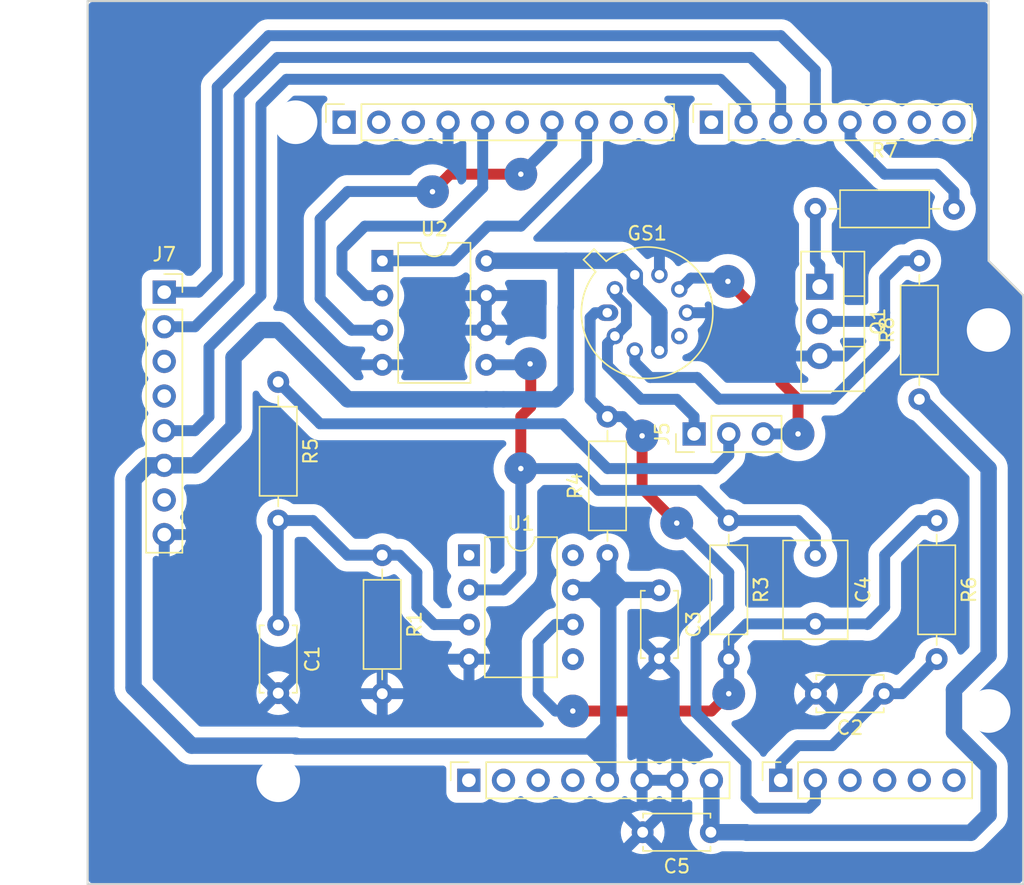
<source format=kicad_pcb>
(kicad_pcb (version 20221018) (generator pcbnew)
  (title_block (date "mar. 31 mars 2015"))
  (layers (0 "F.Cu" signal) (31 "B.Cu" signal) (34 "B.Paste" user) (35 "F.Paste" user) (36 "B.SilkS" user "B.Silkscreen") (37 "F.SilkS" user "F.Silkscreen") (38 "B.Mask" user) (39 "F.Mask" user) (44 "Edge.Cuts" user))
  (net 0 "")
  (net 1 "GND")
  (net 3 "+5V")
  (net 4 "/IOREF")
  (net 5 "Net-(U1-+)")
  (net 6 "VADC_GAS")
  (net 7 "/A2")
  (net 8 "/A3")
  (net 9 "/SDA{slash}A4")
  (net 10 "/SCL{slash}A5")
  (net 11 "R2")
  (net 12 "/12")
  (net 13 "/AREF")
  (net 14 "/8")
  (net 15 "/7")
  (net 16 "Net-(C4-Pad2)")
  (net 17 "VADC_TEMP")
  (net 18 "/*9")
  (net 19 "IGAS1")
  (net 20 "/2")
  (net 21 "VHEAT")
  (net 23 "/TX{slash}1")
  (net 24 "IGAS2")
  (net 25 "/RX{slash}0")
  (net 27 "VCC")
  (net 28 "/~{RESET}")
  (net 29 "SCK")
  (net 30 "SMOSI")
  (net 31 "CS")
  (net 32 "RST")
  (net 33 "RX")
  (net 34 "TX")
  (net 35 "PWM")
  (net 36 "Net-(J5-Pin_2)")
  (net 40 "Net-(Q1-G)")
  (footprint "Connector_PinSocket_2.54mm:PinSocket_1x08_P2.54mm_Vertical" (layer "F.Cu") (at 127.94 97.46 90)
    (fp_text reference "J1" hide)
    (fp_text value "Power")
    (fp_line (start -1.33 1.27) (end -1.33 19.11) (stroke (width 0.12)) (layer "F.SilkS"))
    (fp_line (start -1.33 1.27) (end 1.33 1.27) (stroke (width 0.12)) (layer "F.SilkS"))
    (fp_line (start -1.33 19.11) (end 1.33 19.11) (stroke (width 0.12)) (layer "F.SilkS"))
    (fp_line (start 0 -1.33) (end 1.33 -1.33) (stroke (width 0.12)) (layer "F.SilkS"))
    (fp_line (start 1.33 -1.33) (end 1.33 0) (stroke (width 0.12)) (layer "F.SilkS"))
    (fp_line (start 1.33 1.27) (end 1.33 19.11) (stroke (width 0.12)) (layer "F.SilkS"))
    (pad "1" thru_hole rect locked (at 0 0 90) (size 1.7 1.7) (drill 1) (layers "*.Cu" "*.Mask"))
    (pad "2" thru_hole oval locked (at 0 2.54 90) (size 1.7 1.7) (drill 1) (layers "*.Cu" "*.Mask") (net 4 "/IOREF"))
    (pad "3" thru_hole oval locked (at 0 5.08 90) (size 1.7 1.7) (drill 1) (layers "*.Cu" "*.Mask") (net 28 "/~{RESET}"))
    (pad "4" thru_hole oval locked (at 0 7.62 90) (size 1.7 1.7) (drill 1) (layers "*.Cu" "*.Mask"))
    (pad "5" thru_hole oval locked (at 0 10.16 90) (size 1.7 1.7) (drill 1) (layers "*.Cu" "*.Mask") (net 3 "+5V"))
    (pad "6" thru_hole oval locked (at 0 12.7 90) (size 1.7 1.7) (drill 1) (layers "*.Cu" "*.Mask") (net 1 "GND"))
    (pad "7" thru_hole oval locked (at 0 15.24 90) (size 1.7 1.7) (drill 1) (layers "*.Cu" "*.Mask") (net 1 "GND"))
    (pad "8" thru_hole oval locked (at 0 17.78 90) (size 1.7 1.7) (drill 1) (layers "*.Cu" "*.Mask") (net 27 "VCC"))
  )
  (footprint "Connector_PinSocket_2.54mm:PinSocket_1x06_P2.54mm_Vertical" (layer "F.Cu") (at 150.8 97.46 90)
    (fp_text reference "J3" hide)
    (fp_text value "Analog")
    (fp_line (start -1.33 1.27) (end -1.33 14.03) (stroke (width 0.12)) (layer "F.SilkS"))
    (fp_line (start -1.33 1.27) (end 1.33 1.27) (stroke (width 0.12)) (layer "F.SilkS"))
    (fp_line (start -1.33 14.03) (end 1.33 14.03) (stroke (width 0.12)) (layer "F.SilkS"))
    (fp_line (start 0 -1.33) (end 1.33 -1.33) (stroke (width 0.12)) (layer "F.SilkS"))
    (fp_line (start 1.33 -1.33) (end 1.33 0) (stroke (width 0.12)) (layer "F.SilkS"))
    (fp_line (start 1.33 1.27) (end 1.33 14.03) (stroke (width 0.12)) (layer "F.SilkS"))
    (pad "1" thru_hole rect locked (at 0 0 90) (size 1.7 1.7) (drill 1) (layers "*.Cu" "*.Mask") (net 6 "VADC_GAS"))
    (pad "2" thru_hole oval locked (at 0 2.54 90) (size 1.7 1.7) (drill 1) (layers "*.Cu" "*.Mask") (net 17 "VADC_TEMP"))
    (pad "3" thru_hole oval locked (at 0 5.08 90) (size 1.7 1.7) (drill 1) (layers "*.Cu" "*.Mask") (net 7 "/A2"))
    (pad "4" thru_hole oval locked (at 0 7.62 90) (size 1.7 1.7) (drill 1) (layers "*.Cu" "*.Mask") (net 8 "/A3"))
    (pad "5" thru_hole oval locked (at 0 10.16 90) (size 1.7 1.7) (drill 1) (layers "*.Cu" "*.Mask") (net 9 "/SDA{slash}A4"))
    (pad "6" thru_hole oval locked (at 0 12.7 90) (size 1.7 1.7) (drill 1) (layers "*.Cu" "*.Mask") (net 10 "/SCL{slash}A5"))
  )
  (footprint "Connector_PinSocket_2.54mm:PinSocket_1x10_P2.54mm_Vertical" (layer "F.Cu") (at 118.796 49.2 90)
    (fp_text reference "J2" hide)
    (fp_text value "Digital/PWM")
    (fp_line (start -1.33 1.27) (end -1.33 24.19) (stroke (width 0.12)) (layer "F.SilkS"))
    (fp_line (start -1.33 1.27) (end 1.33 1.27) (stroke (width 0.12)) (layer "F.SilkS"))
    (fp_line (start -1.33 24.19) (end 1.33 24.19) (stroke (width 0.12)) (layer "F.SilkS"))
    (fp_line (start 0 -1.33) (end 1.33 -1.33) (stroke (width 0.12)) (layer "F.SilkS"))
    (fp_line (start 1.33 -1.33) (end 1.33 0) (stroke (width 0.12)) (layer "F.SilkS"))
    (fp_line (start 1.33 1.27) (end 1.33 24.19) (stroke (width 0.12)) (layer "F.SilkS"))
    (pad "1" thru_hole rect locked (at 0 0 90) (size 1.7 1.7) (drill 1) (layers "*.Cu" "*.Mask") (net 10 "/SCL{slash}A5"))
    (pad "2" thru_hole oval locked (at 0 2.54 90) (size 1.7 1.7) (drill 1) (layers "*.Cu" "*.Mask") (net 9 "/SDA{slash}A4"))
    (pad "3" thru_hole oval locked (at 0 5.08 90) (size 1.7 1.7) (drill 1) (layers "*.Cu" "*.Mask") (net 13 "/AREF"))
    (pad "4" thru_hole oval locked (at 0 7.62 90) (size 1.7 1.7) (drill 1) (layers "*.Cu" "*.Mask") (net 1 "GND"))
    (pad "5" thru_hole oval locked (at 0 10.16 90) (size 1.7 1.7) (drill 1) (layers "*.Cu" "*.Mask") (net 29 "SCK"))
    (pad "6" thru_hole oval locked (at 0 12.7 90) (size 1.7 1.7) (drill 1) (layers "*.Cu" "*.Mask") (net 12 "/12"))
    (pad "7" thru_hole oval locked (at 0 15.24 90) (size 1.7 1.7) (drill 1) (layers "*.Cu" "*.Mask") (net 30 "SMOSI"))
    (pad "8" thru_hole oval locked (at 0 17.78 90) (size 1.7 1.7) (drill 1) (layers "*.Cu" "*.Mask") (net 31 "CS"))
    (pad "9" thru_hole oval locked (at 0 20.32 90) (size 1.7 1.7) (drill 1) (layers "*.Cu" "*.Mask") (net 18 "/*9"))
    (pad "10" thru_hole oval locked (at 0 22.86 90) (size 1.7 1.7) (drill 1) (layers "*.Cu" "*.Mask") (net 14 "/8"))
  )
  (footprint "Connector_PinSocket_2.54mm:PinSocket_1x08_P2.54mm_Vertical" (layer "F.Cu") (at 145.72 49.2 90)
    (fp_text reference "J4" hide)
    (fp_text value "Digital/PWM")
    (fp_line (start -1.33 1.27) (end -1.33 19.11) (stroke (width 0.12)) (layer "F.SilkS"))
    (fp_line (start -1.33 1.27) (end 1.33 1.27) (stroke (width 0.12)) (layer "F.SilkS"))
    (fp_line (start -1.33 19.11) (end 1.33 19.11) (stroke (width 0.12)) (layer "F.SilkS"))
    (fp_line (start 0 -1.33) (end 1.33 -1.33) (stroke (width 0.12)) (layer "F.SilkS"))
    (fp_line (start 1.33 -1.33) (end 1.33 0) (stroke (width 0.12)) (layer "F.SilkS"))
    (fp_line (start 1.33 1.27) (end 1.33 19.11) (stroke (width 0.12)) (layer "F.SilkS"))
    (pad "1" thru_hole rect locked (at 0 0 90) (size 1.7 1.7) (drill 1) (layers "*.Cu" "*.Mask") (net 15 "/7"))
    (pad "2" thru_hole oval locked (at 0 2.54 90) (size 1.7 1.7) (drill 1) (layers "*.Cu" "*.Mask") (net 32 "RST"))
    (pad "3" thru_hole oval locked (at 0 5.08 90) (size 1.7 1.7) (drill 1) (layers "*.Cu" "*.Mask") (net 33 "RX"))
    (pad "4" thru_hole oval locked (at 0 7.62 90) (size 1.7 1.7) (drill 1) (layers "*.Cu" "*.Mask") (net 34 "TX"))
    (pad "5" thru_hole oval locked (at 0 10.16 90) (size 1.7 1.7) (drill 1) (layers "*.Cu" "*.Mask") (net 35 "PWM"))
    (pad "6" thru_hole oval locked (at 0 12.7 90) (size 1.7 1.7) (drill 1) (layers "*.Cu" "*.Mask") (net 20 "/2"))
    (pad "7" thru_hole oval locked (at 0 15.24 90) (size 1.7 1.7) (drill 1) (layers "*.Cu" "*.Mask") (net 23 "/TX{slash}1"))
    (pad "8" thru_hole oval locked (at 0 17.78 90) (size 1.7 1.7) (drill 1) (layers "*.Cu" "*.Mask") (net 25 "/RX{slash}0"))
  )
  (footprint "Resistor_THT:R_Axial_DIN0207_L6.3mm_D2.5mm_P10.16mm_Horizontal" (layer "F.Cu") (at 160.96 69.52 90)
    (fp_text reference "R8" (at 5.08 -2.37 90) (layer "F.SilkS"))
    (fp_text value "10k")
    (fp_line (start 1.04 0) (end 1.81 0) (stroke (width 0.12)) (layer "F.SilkS"))
    (fp_line (start 1.81 -1.37) (end 1.81 1.37) (stroke (width 0.12)) (layer "F.SilkS"))
    (fp_line (start 1.81 1.37) (end 8.35 1.37) (stroke (width 0.12)) (layer "F.SilkS"))
    (fp_line (start 8.35 -1.37) (end 1.81 -1.37) (stroke (width 0.12)) (layer "F.SilkS"))
    (fp_line (start 8.35 1.37) (end 8.35 -1.37) (stroke (width 0.12)) (layer "F.SilkS"))
    (fp_line (start 9.12 0) (end 8.35 0) (stroke (width 0.12)) (layer "F.SilkS"))
    (pad "1" thru_hole circle (at 0 0 90) (size 1.6 1.6) (drill 0.8) (layers "*.Cu" "*.Mask") (net 27 "VCC"))
    (pad "2" thru_hole oval (at 10.16 0 90) (size 1.6 1.6) (drill 0.8) (layers "*.Cu" "*.Mask") (net 21 "VHEAT"))
  )
  (footprint "Capacitor_THT:C_Disc_D4.7mm_W2.5mm_P5.00mm" (layer "F.Cu") (at 145.68 101.27 180)
    (fp_text reference "C5" (at 2.5 -2.5) (layer "F.SilkS"))
    (fp_text value "100n")
    (fp_line (start 0.03 -1.37) (end 0.03 -1.055) (stroke (width 0.12)) (layer "F.SilkS"))
    (fp_line (start 0.03 -1.37) (end 4.97 -1.37) (stroke (width 0.12)) (layer "F.SilkS"))
    (fp_line (start 0.03 1.055) (end 0.03 1.37) (stroke (width 0.12)) (layer "F.SilkS"))
    (fp_line (start 0.03 1.37) (end 4.97 1.37) (stroke (width 0.12)) (layer "F.SilkS"))
    (fp_line (start 4.97 -1.37) (end 4.97 -1.055) (stroke (width 0.12)) (layer "F.SilkS"))
    (fp_line (start 4.97 1.055) (end 4.97 1.37) (stroke (width 0.12)) (layer "F.SilkS"))
    (pad "1" thru_hole circle (at 0 0 180) (size 1.6 1.6) (drill 0.8) (layers "*.Cu" "*.Mask") (net 27 "VCC"))
    (pad "2" thru_hole circle (at 5 0 180) (size 1.6 1.6) (drill 0.8) (layers "*.Cu" "*.Mask") (net 1 "GND"))
  )
  (footprint "Capacitor_THT:C_Disc_D4.7mm_W2.5mm_P5.00mm" (layer "F.Cu") (at 158.38 91.11 180)
    (fp_text reference "C2" (at 2.5 -2.5) (layer "F.SilkS"))
    (fp_text value "100n")
    (fp_line (start 0.03 -1.37) (end 0.03 -1.055) (stroke (width 0.12)) (layer "F.SilkS"))
    (fp_line (start 0.03 -1.37) (end 4.97 -1.37) (stroke (width 0.12)) (layer "F.SilkS"))
    (fp_line (start 0.03 1.055) (end 0.03 1.37) (stroke (width 0.12)) (layer "F.SilkS"))
    (fp_line (start 0.03 1.37) (end 4.97 1.37) (stroke (width 0.12)) (layer "F.SilkS"))
    (fp_line (start 4.97 -1.37) (end 4.97 -1.055) (stroke (width 0.12)) (layer "F.SilkS"))
    (fp_line (start 4.97 1.055) (end 4.97 1.37) (stroke (width 0.12)) (layer "F.SilkS"))
    (pad "1" thru_hole circle (at 0 0 180) (size 1.6 1.6) (drill 0.8) (layers "*.Cu" "*.Mask") (net 6 "VADC_GAS"))
    (pad "2" thru_hole circle (at 5 0 180) (size 1.6 1.6) (drill 0.8) (layers "*.Cu" "*.Mask") (net 1 "GND"))
  )
  (footprint "Package_DIP:DIP-8_W7.62mm" (layer "F.Cu") (at 127.95 80.96)
    (fp_text reference "U1" (at 3.81 -2.33) (layer "F.SilkS"))
    (fp_text value "LTC1050")
    (fp_line (start 1.16 -1.33) (end 1.16 8.95) (stroke (width 0.12)) (layer "F.SilkS"))
    (fp_line (start 1.16 8.95) (end 6.46 8.95) (stroke (width 0.12)) (layer "F.SilkS"))
    (fp_line (start 2.81 -1.33) (end 1.16 -1.33) (stroke (width 0.12)) (layer "F.SilkS"))
    (fp_line (start 6.46 -1.33) (end 4.81 -1.33) (stroke (width 0.12)) (layer "F.SilkS"))
    (fp_line (start 6.46 8.95) (end 6.46 -1.33) (stroke (width 0.12)) (layer "F.SilkS"))
    (fp_arc (start 4.81 -1.33) (mid 3.81 -0.33) (end 2.81 -1.33) (stroke (width 0.12)) (layer "F.SilkS"))
    (pad "1" thru_hole rect (at 0 0) (size 1.6 1.6) (drill 0.8) (layers "*.Cu" "*.Mask"))
    (pad "2" thru_hole oval (at 0 2.54) (size 1.6 1.6) (drill 0.8) (layers "*.Cu" "*.Mask") (net 11 "R2"))
    (pad "3" thru_hole oval (at 0 5.08) (size 1.6 1.6) (drill 0.8) (layers "*.Cu" "*.Mask") (net 5 "Net-(U1-+)"))
    (pad "4" thru_hole oval (at 0 7.62) (size 1.6 1.6) (drill 0.8) (layers "*.Cu" "*.Mask") (net 1 "GND"))
    (pad "5" thru_hole oval (at 7.62 7.62) (size 1.6 1.6) (drill 0.8) (layers "*.Cu" "*.Mask"))
    (pad "6" thru_hole oval (at 7.62 5.08) (size 1.6 1.6) (drill 0.8) (layers "*.Cu" "*.Mask") (net 16 "Net-(C4-Pad2)"))
    (pad "7" thru_hole oval (at 7.62 2.54) (size 1.6 1.6) (drill 0.8) (layers "*.Cu" "*.Mask") (net 3 "+5V"))
    (pad "8" thru_hole oval (at 7.62 0) (size 1.6 1.6) (drill 0.8) (layers "*.Cu" "*.Mask"))
  )
  (footprint "Connector_PinSocket_2.54mm:PinSocket_1x08_P2.54mm_Vertical" (layer "F.Cu") (at 105.613 61.661)
    (fp_text reference "J7" (at 0 -2.77) (layer "F.SilkS"))
    (fp_text value "Conn_01x08")
    (fp_line (start -1.33 1.27) (end -1.33 19.11) (stroke (width 0.12)) (layer "F.SilkS"))
    (fp_line (start -1.33 1.27) (end 1.33 1.27) (stroke (width 0.12)) (layer "F.SilkS"))
    (fp_line (start -1.33 19.11) (end 1.33 19.11) (stroke (width 0.12)) (layer "F.SilkS"))
    (fp_line (start 0 -1.33) (end 1.33 -1.33) (stroke (width 0.12)) (layer "F.SilkS"))
    (fp_line (start 1.33 -1.33) (end 1.33 0) (stroke (width 0.12)) (layer "F.SilkS"))
    (fp_line (start 1.33 1.27) (end 1.33 19.11) (stroke (width 0.12)) (layer "F.SilkS"))
    (pad "1" thru_hole rect (at 0 0) (size 1.7 1.7) (drill 1) (layers "*.Cu" "*.Mask") (net 34 "TX"))
    (pad "2" thru_hole oval (at 0 2.54) (size 1.7 1.7) (drill 1) (layers "*.Cu" "*.Mask") (net 33 "RX"))
    (pad "3" thru_hole oval (at 0 5.08) (size 1.7 1.7) (drill 1) (layers "*.Cu" "*.Mask"))
    (pad "4" thru_hole oval (at 0 7.62) (size 1.7 1.7) (drill 1) (layers "*.Cu" "*.Mask"))
    (pad "5" thru_hole oval (at 0 10.16) (size 1.7 1.7) (drill 1) (layers "*.Cu" "*.Mask") (net 32 "RST"))
    (pad "6" thru_hole oval (at 0 12.7) (size 1.7 1.7) (drill 1) (layers "*.Cu" "*.Mask") (net 3 "+5V"))
    (pad "7" thru_hole oval (at 0 15.24) (size 1.7 1.7) (drill 1) (layers "*.Cu" "*.Mask"))
    (pad "8" thru_hole oval (at 0 17.78) (size 1.7 1.7) (drill 1) (layers "*.Cu" "*.Mask") (net 1 "GND"))
  )
  (footprint "Resistor_THT:R_Axial_DIN0207_L6.3mm_D2.5mm_P10.16mm_Horizontal" (layer "F.Cu") (at 121.59 80.95 -90)
    (fp_text reference "R1" (at 5.08 -2.37 90) (layer "F.SilkS"))
    (fp_text value "100k")
    (fp_line (start 1.04 0) (end 1.81 0) (stroke (width 0.12)) (layer "F.SilkS"))
    (fp_line (start 1.81 -1.37) (end 1.81 1.37) (stroke (width 0.12)) (layer "F.SilkS"))
    (fp_line (start 1.81 1.37) (end 8.35 1.37) (stroke (width 0.12)) (layer "F.SilkS"))
    (fp_line (start 8.35 -1.37) (end 1.81 -1.37) (stroke (width 0.12)) (layer "F.SilkS"))
    (fp_line (start 8.35 1.37) (end 8.35 -1.37) (stroke (width 0.12)) (layer "F.SilkS"))
    (fp_line (start 9.12 0) (end 8.35 0) (stroke (width 0.12)) (layer "F.SilkS"))
    (pad "1" thru_hole circle (at 0 0 270) (size 1.6 1.6) (drill 0.8) (layers "*.Cu" "*.Mask") (net 5 "Net-(U1-+)"))
    (pad "2" thru_hole oval (at 10.16 0 270) (size 1.6 1.6) (drill 0.8) (layers "*.Cu" "*.Mask") (net 1 "GND"))
  )
  (footprint "Resistor_THT:R_Axial_DIN0207_L6.3mm_D2.5mm_P10.16mm_Horizontal" (layer "F.Cu") (at 153.34 55.55)
    (fp_text reference "R7" (at 5.08 -4.275) (layer "F.SilkS"))
    (fp_text value "1k")
    (fp_line (start 1.04 0) (end 1.81 0) (stroke (width 0.12)) (layer "F.SilkS"))
    (fp_line (start 1.81 -1.37) (end 1.81 1.37) (stroke (width 0.12)) (layer "F.SilkS"))
    (fp_line (start 1.81 1.37) (end 8.35 1.37) (stroke (width 0.12)) (layer "F.SilkS"))
    (fp_line (start 8.35 -1.37) (end 1.81 -1.37) (stroke (width 0.12)) (layer "F.SilkS"))
    (fp_line (start 8.35 1.37) (end 8.35 -1.37) (stroke (width 0.12)) (layer "F.SilkS"))
    (fp_line (start 9.12 0) (end 8.35 0) (stroke (width 0.12)) (layer "F.SilkS"))
    (pad "1" thru_hole circle (at 0 0) (size 1.6 1.6) (drill 0.8) (layers "*.Cu" "*.Mask") (net 40 "Net-(Q1-G)"))
    (pad "2" thru_hole oval (at 10.16 0) (size 1.6 1.6) (drill 0.8) (layers "*.Cu" "*.Mask") (net 35 "PWM"))
  )
  (footprint "Capacitor_THT:C_Disc_D4.7mm_W2.5mm_P5.00mm" (layer "F.Cu") (at 113.97 86.07 -90)
    (fp_text reference "C1" (at 2.5 -2.5 90) (layer "F.SilkS"))
    (fp_text value "100n")
    (fp_line (start 0.03 -1.37) (end 0.03 -1.055) (stroke (width 0.12)) (layer "F.SilkS"))
    (fp_line (start 0.03 -1.37) (end 4.97 -1.37) (stroke (width 0.12)) (layer "F.SilkS"))
    (fp_line (start 0.03 1.055) (end 0.03 1.37) (stroke (width 0.12)) (layer "F.SilkS"))
    (fp_line (start 0.03 1.37) (end 4.97 1.37) (stroke (width 0.12)) (layer "F.SilkS"))
    (fp_line (start 4.97 -1.37) (end 4.97 -1.055) (stroke (width 0.12)) (layer "F.SilkS"))
    (fp_line (start 4.97 1.055) (end 4.97 1.37) (stroke (width 0.12)) (layer "F.SilkS"))
    (pad "1" thru_hole circle (at 0 0 270) (size 1.6 1.6) (drill 0.8) (layers "*.Cu" "*.Mask") (net 5 "Net-(U1-+)"))
    (pad "2" thru_hole circle (at 5 0 270) (size 1.6 1.6) (drill 0.8) (layers "*.Cu" "*.Mask") (net 1 "GND"))
  )
  (footprint "Package_TO_SOT_THT:TO-220-3_Vertical" (layer "F.Cu") (at 153.665 61.265 -90)
    (fp_text reference "Q1" (at 2.54 -4.27 90) (layer "F.SilkS"))
    (fp_text value "IRF540N")
    (fp_line (start -2.58 -3.27) (end -2.58 1.371) (stroke (width 0.12)) (layer "F.SilkS"))
    (fp_line (start -2.58 -3.27) (end 7.66 -3.27) (stroke (width 0.12)) (layer "F.SilkS"))
    (fp_line (start -2.58 -1.76) (end 7.66 -1.76) (stroke (width 0.12)) (layer "F.SilkS"))
    (fp_line (start -2.58 1.371) (end 7.66 1.371) (stroke (width 0.12)) (layer "F.SilkS"))
    (fp_line (start 0.69 -3.27) (end 0.69 -1.76) (stroke (width 0.12)) (layer "F.SilkS"))
    (fp_line (start 4.391 -3.27) (end 4.391 -1.76) (stroke (width 0.12)) (layer "F.SilkS"))
    (fp_line (start 7.66 -3.27) (end 7.66 1.371) (stroke (width 0.12)) (layer "F.SilkS"))
    (pad "1" thru_hole rect (at 0 0 270) (size 1.905 2) (drill 1.1) (layers "*.Cu" "*.Mask") (net 40 "Net-(Q1-G)"))
    (pad "2" thru_hole oval (at 2.54 0 270) (size 1.905 2) (drill 1.1) (layers "*.Cu" "*.Mask") (net 21 "VHEAT"))
    (pad "3" thru_hole oval (at 5.08 0 270) (size 1.905 2) (drill 1.1) (layers "*.Cu" "*.Mask") (net 1 "GND"))
  )
  (footprint "Connector_PinHeader_2.54mm:PinHeader_1x03_P2.54mm_Vertical" (layer "F.Cu") (at 144.45 72.06 90)
    (fp_text reference "J5" (at 0 -2.33 90) (layer "F.SilkS"))
    (fp_text value "Jumper")
    (fp_line (start -1.33 -1.33) (end 0 -1.33) (stroke (width 0.12)) (layer "F.SilkS"))
    (fp_line (start -1.33 0) (end -1.33 -1.33) (stroke (width 0.12)) (layer "F.SilkS"))
    (fp_line (start -1.33 1.27) (end -1.33 6.41) (stroke (width 0.12)) (layer "F.SilkS"))
    (fp_line (start -1.33 1.27) (end 1.33 1.27) (stroke (width 0.12)) (layer "F.SilkS"))
    (fp_line (start -1.33 6.41) (end 1.33 6.41) (stroke (width 0.12)) (layer "F.SilkS"))
    (fp_line (start 1.33 1.27) (end 1.33 6.41) (stroke (width 0.12)) (layer "F.SilkS"))
    (pad "1" thru_hole rect (at 0 0 90) (size 1.7 1.7) (drill 1) (layers "*.Cu" "*.Mask") (net 19 "IGAS1"))
    (pad "2" thru_hole oval (at 0 2.54 90) (size 1.7 1.7) (drill 1) (layers "*.Cu" "*.Mask") (net 36 "Net-(J5-Pin_2)"))
    (pad "3" thru_hole oval (at 0 5.08 90) (size 1.7 1.7) (drill 1) (layers "*.Cu" "*.Mask") (net 24 "IGAS2"))
  )
  (footprint "Package_TO_SOT_THT:TO-5-10" (layer "F.Cu") (at 138.08767 63.17)
    (fp_text reference "GS1" (at 2.92 -5.82) (layer "F.SilkS"))
    (fp_text value "~")
    (fp_line (start -1.745856 -3.888039) (end -0.854902 -2.997084) (stroke (width 0.12)) (layer "F.SilkS"))
    (fp_line (start -0.968039 -4.665856) (end -1.745856 -3.888039) (stroke (width 0.12)) (layer "F.SilkS"))
    (fp_line (start -0.077084 -3.774902) (end -0.968039 -4.665856) (stroke (width 0.12)) (layer "F.SilkS"))
    (fp_arc (start -0.077084 -3.774902) (mid 6.328125 3.408384) (end -0.854674 -2.997371) (stroke (width 0.12)) (layer "F.SilkS"))
    (pad "1" thru_hole oval (at 0 0) (size 1.6 1.2) (drill 0.7) (layers "*.Cu" "*.Mask") (net 17 "VADC_TEMP"))
    (pad "2" thru_hole oval (at 0.55767 1.716333) (size 1.2 1.2) (drill 0.7) (layers "*.Cu" "*.Mask") (net 19 "IGAS1"))
    (pad "3" thru_hole oval (at 2.01767 2.777085) (size 1.2 1.2) (drill 0.7) (layers "*.Cu" "*.Mask") (net 21 "VHEAT"))
    (pad "4" thru_hole oval (at 3.82233 2.777085) (size 1.2 1.2) (drill 0.7) (layers "*.Cu" "*.Mask") (net 3 "+5V"))
    (pad "5" thru_hole oval (at 5.28233 1.716333) (size 1.2 1.2) (drill 0.7) (layers "*.Cu" "*.Mask"))
    (pad "6" thru_hole oval (at 5.84 0) (size 1.2 1.2) (drill 0.7) (layers "*.Cu" "*.Mask") (net 1 "GND"))
    (pad "7" thru_hole oval (at 5.28233 -1.716333) (size 1.2 1.2) (drill 0.7) (layers "*.Cu" "*.Mask") (net 24 "IGAS2"))
    (pad "8" thru_hole oval (at 3.82233 -2.777085) (size 1.2 1.2) (drill 0.7) (layers "*.Cu" "*.Mask") (net 1 "GND"))
    (pad "9" thru_hole oval (at 2.01767 -2.777085) (size 1.2 1.2) (drill 0.7) (layers "*.Cu" "*.Mask") (net 3 "+5V"))
    (pad "10" thru_hole oval (at 0.55767 -1.716333) (size 1.2 1.2) (drill 0.7) (layers "*.Cu" "*.Mask") (net 19 "IGAS1"))
  )
  (footprint "Arduino_MountingHole:MountingHole_3.2mm" (layer "F.Cu") (at 115.24 49.2)
    (fp_text reference "MH1" hide)
    (fp_text value "MountingHole_3.2mm" hide)
    (pad "" np_thru_hole circle locked (at 0 0) (size 3.2 3.2) (drill 3.2) (layers "*.Cu" "*.Mask"))
  )
  (footprint "Resistor_THT:R_Axial_DIN0207_L6.3mm_D2.5mm_P10.16mm_Horizontal" (layer "F.Cu") (at 146.99 78.41 -90)
    (fp_text reference "R3" (at 5.08 -2.37 90) (layer "F.SilkS"))
    (fp_text value "100k")
    (fp_line (start 1.04 0) (end 1.81 0) (stroke (width 0.12)) (layer "F.SilkS"))
    (fp_line (start 1.81 -1.37) (end 1.81 1.37) (stroke (width 0.12)) (layer "F.SilkS"))
    (fp_line (start 1.81 1.37) (end 8.35 1.37) (stroke (width 0.12)) (layer "F.SilkS"))
    (fp_line (start 8.35 -1.37) (end 1.81 -1.37) (stroke (width 0.12)) (layer "F.SilkS"))
    (fp_line (start 8.35 1.37) (end 8.35 -1.37) (stroke (width 0.12)) (layer "F.SilkS"))
    (fp_line (start 9.12 0) (end 8.35 0) (stroke (width 0.12)) (layer "F.SilkS"))
    (pad "1" thru_hole circle (at 0 0 270) (size 1.6 1.6) (drill 0.8) (layers "*.Cu" "*.Mask") (net 11 "R2"))
    (pad "2" thru_hole oval (at 10.16 0 270) (size 1.6 1.6) (drill 0.8) (layers "*.Cu" "*.Mask") (net 16 "Net-(C4-Pad2)"))
  )
  (footprint "Package_DIP:DIP-8_W7.62mm" (layer "F.Cu") (at 121.6 59.37)
    (fp_text reference "U2" (at 3.81 -2.33) (layer "F.SilkS"))
    (fp_text value "MCP41100")
    (fp_line (start 1.16 -1.33) (end 1.16 8.95) (stroke (width 0.12)) (layer "F.SilkS"))
    (fp_line (start 1.16 8.95) (end 6.46 8.95) (stroke (width 0.12)) (layer "F.SilkS"))
    (fp_line (start 2.81 -1.33) (end 1.16 -1.33) (stroke (width 0.12)) (layer "F.SilkS"))
    (fp_line (start 6.46 -1.33) (end 4.81 -1.33) (stroke (width 0.12)) (layer "F.SilkS"))
    (fp_line (start 6.46 8.95) (end 6.46 -1.33) (stroke (width 0.12)) (layer "F.SilkS"))
    (fp_arc (start 4.81 -1.33) (mid 3.81 -0.33) (end 2.81 -1.33) (stroke (width 0.12)) (layer "F.SilkS"))
    (pad "1" thru_hole rect (at 0 0) (size 1.6 1.6) (drill 0.8) (layers "*.Cu" "*.Mask") (net 31 "CS"))
    (pad "2" thru_hole oval (at 0 2.54) (size 1.6 1.6) (drill 0.8) (layers "*.Cu" "*.Mask") (net 29 "SCK"))
    (pad "3" thru_hole oval (at 0 5.08) (size 1.6 1.6) (drill 0.8) (layers "*.Cu" "*.Mask") (net 30 "SMOSI"))
    (pad "4" thru_hole oval (at 0 7.62) (size 1.6 1.6) (drill 0.8) (layers "*.Cu" "*.Mask") (net 1 "GND"))
    (pad "5" thru_hole oval (at 7.62 7.62) (size 1.6 1.6) (drill 0.8) (layers "*.Cu" "*.Mask") (net 11 "R2"))
    (pad "6" thru_hole oval (at 7.62 5.08) (size 1.6 1.6) (drill 0.8) (layers "*.Cu" "*.Mask") (net 1 "GND"))
    (pad "7" thru_hole oval (at 7.62 2.54) (size 1.6 1.6) (drill 0.8) (layers "*.Cu" "*.Mask") (net 1 "GND"))
    (pad "8" thru_hole oval (at 7.62 0) (size 1.6 1.6) (drill 0.8) (layers "*.Cu" "*.Mask") (net 3 "+5V"))
  )
  (footprint "Resistor_THT:R_Axial_DIN0207_L6.3mm_D2.5mm_P10.16mm_Horizontal" (layer "F.Cu") (at 162.23 78.41 -90)
    (fp_text reference "R6" (at 5.08 -2.37 90) (layer "F.SilkS"))
    (fp_text value "1k")
    (fp_line (start 1.04 0) (end 1.81 0) (stroke (width 0.12)) (layer "F.SilkS"))
    (fp_line (start 1.81 -1.37) (end 1.81 1.37) (stroke (width 0.12)) (layer "F.SilkS"))
    (fp_line (start 1.81 1.37) (end 8.35 1.37) (stroke (width 0.12)) (layer "F.SilkS"))
    (fp_line (start 8.35 -1.37) (end 1.81 -1.37) (stroke (width 0.12)) (layer "F.SilkS"))
    (fp_line (start 8.35 1.37) (end 8.35 -1.37) (stroke (width 0.12)) (layer "F.SilkS"))
    (fp_line (start 9.12 0) (end 8.35 0) (stroke (width 0.12)) (layer "F.SilkS"))
    (pad "1" thru_hole circle (at 0 0 270) (size 1.6 1.6) (drill 0.8) (layers "*.Cu" "*.Mask") (net 16 "Net-(C4-Pad2)"))
    (pad "2" thru_hole oval (at 10.16 0 270) (size 1.6 1.6) (drill 0.8) (layers "*.Cu" "*.Mask") (net 6 "VADC_GAS"))
  )
  (footprint "Arduino_MountingHole:MountingHole_3.2mm" (layer "F.Cu") (at 113.97 97.46)
    (fp_text reference "MH2" hide)
    (fp_text value "MountingHole_3.2mm" hide)
    (pad "" np_thru_hole circle locked (at 0 0) (size 3.2 3.2) (drill 3.2) (layers "*.Cu" "*.Mask"))
  )
  (footprint "Resistor_THT:R_Axial_DIN0207_L6.3mm_D2.5mm_P10.16mm_Horizontal" (layer "F.Cu") (at 113.97 68.25 -90)
    (fp_text reference "R5" (at 5.08 -2.37 90) (layer "F.SilkS"))
    (fp_text value "10k")
    (fp_line (start 1.04 0) (end 1.81 0) (stroke (width 0.12)) (layer "F.SilkS"))
    (fp_line (start 1.81 -1.37) (end 1.81 1.37) (stroke (width 0.12)) (layer "F.SilkS"))
    (fp_line (start 1.81 1.37) (end 8.35 1.37) (stroke (width 0.12)) (layer "F.SilkS"))
    (fp_line (start 8.35 -1.37) (end 1.81 -1.37) (stroke (width 0.12)) (layer "F.SilkS"))
    (fp_line (start 8.35 1.37) (end 8.35 -1.37) (stroke (width 0.12)) (layer "F.SilkS"))
    (fp_line (start 9.12 0) (end 8.35 0) (stroke (width 0.12)) (layer "F.SilkS"))
    (pad "1" thru_hole circle (at 0 0 270) (size 1.6 1.6) (drill 0.8) (layers "*.Cu" "*.Mask") (net 36 "Net-(J5-Pin_2)"))
    (pad "2" thru_hole oval (at 10.16 0 270) (size 1.6 1.6) (drill 0.8) (layers "*.Cu" "*.Mask") (net 5 "Net-(U1-+)"))
  )
  (footprint "Arduino_MountingHole:MountingHole_3.2mm" (layer "F.Cu") (at 166.04 64.44)
    (fp_text reference "MH3" hide)
    (fp_text value "MountingHole_3.2mm" hide)
    (pad "" np_thru_hole circle locked (at 0 0) (size 3.2 3.2) (drill 3.2) (layers "*.Cu" "*.Mask"))
  )
  (footprint "Capacitor_THT:C_Rect_L7.0mm_W4.5mm_P5.00mm" (layer "F.Cu") (at 153.34 80.99 -90)
    (fp_text reference "C4" (at 2.5 -3.5 90) (layer "F.SilkS"))
    (fp_text value "1u")
    (fp_line (start -1.12 -2.37) (end -1.12 2.37) (stroke (width 0.12)) (layer "F.SilkS"))
    (fp_line (start -1.12 -2.37) (end 6.12 -2.37) (stroke (width 0.12)) (layer "F.SilkS"))
    (fp_line (start -1.12 2.37) (end 6.12 2.37) (stroke (width 0.12)) (layer "F.SilkS"))
    (fp_line (start 6.12 -2.37) (end 6.12 2.37) (stroke (width 0.12)) (layer "F.SilkS"))
    (pad "1" thru_hole circle (at 0 0 270) (size 1.6 1.6) (drill 0.8) (layers "*.Cu" "*.Mask") (net 11 "R2"))
    (pad "2" thru_hole circle (at 5 0 270) (size 1.6 1.6) (drill 0.8) (layers "*.Cu" "*.Mask") (net 16 "Net-(C4-Pad2)"))
  )
  (footprint "Arduino_MountingHole:MountingHole_3.2mm" (layer "F.Cu") (at 166.04 92.38)
    (fp_text reference "MH4" hide)
    (fp_text value "MountingHole_3.2mm" hide)
    (pad "" np_thru_hole circle locked (at 0 0) (size 3.2 3.2) (drill 3.2) (layers "*.Cu" "*.Mask"))
  )
  (footprint "Capacitor_THT:C_Disc_D4.7mm_W2.5mm_P5.00mm" (layer "F.Cu") (at 141.91 83.53 -90)
    (fp_text reference "C3" (at 2.5 -2.5 90) (layer "F.SilkS"))
    (fp_text value "100n")
    (fp_line (start 0.03 -1.37) (end 0.03 -1.055) (stroke (width 0.12)) (layer "F.SilkS"))
    (fp_line (start 0.03 -1.37) (end 4.97 -1.37) (stroke (width 0.12)) (layer "F.SilkS"))
    (fp_line (start 0.03 1.055) (end 0.03 1.37) (stroke (width 0.12)) (layer "F.SilkS"))
    (fp_line (start 0.03 1.37) (end 4.97 1.37) (stroke (width 0.12)) (layer "F.SilkS"))
    (fp_line (start 4.97 -1.37) (end 4.97 -1.055) (stroke (width 0.12)) (layer "F.SilkS"))
    (fp_line (start 4.97 1.055) (end 4.97 1.37) (stroke (width 0.12)) (layer "F.SilkS"))
    (pad "1" thru_hole circle (at 0 0 270) (size 1.6 1.6) (drill 0.8) (layers "*.Cu" "*.Mask") (net 3 "+5V"))
    (pad "2" thru_hole circle (at 5 0 270) (size 1.6 1.6) (drill 0.8) (layers "*.Cu" "*.Mask") (net 1 "GND"))
  )
  (footprint "Resistor_THT:R_Axial_DIN0207_L6.3mm_D2.5mm_P10.16mm_Horizontal" (layer "F.Cu") (at 138.1 80.95 90)
    (fp_text reference "R4" (at 5.08 -2.37 90) (layer "F.SilkS"))
    (fp_text value "1k")
    (fp_line (start 1.04 0) (end 1.81 0) (stroke (width 0.12)) (layer "F.SilkS"))
    (fp_line (start 1.81 -1.37) (end 1.81 1.37) (stroke (width 0.12)) (layer "F.SilkS"))
    (fp_line (start 1.81 1.37) (end 8.35 1.37) (stroke (width 0.12)) (layer "F.SilkS"))
    (fp_line (start 8.35 -1.37) (end 1.81 -1.37) (stroke (width 0.12)) (layer "F.SilkS"))
    (fp_line (start 8.35 1.37) (end 8.35 -1.37) (stroke (width 0.12)) (layer "F.SilkS"))
    (fp_line (start 9.12 0) (end 8.35 0) (stroke (width 0.12)) (layer "F.SilkS"))
    (pad "1" thru_hole circle (at 0 0 90) (size 1.6 1.6) (drill 0.8) (layers "*.Cu" "*.Mask") (net 3 "+5V"))
    (pad "2" thru_hole oval (at 10.16 0 90) (size 1.6 1.6) (drill 0.8) (layers "*.Cu" "*.Mask") (net 17 "VADC_TEMP"))
  )
  (gr_poly (pts (xy 137.592 93.396) (xy 136.576 94.412) (xy 136.576 95.428) (xy 137.592 96.444)) (stroke (width 0.15)) (fill solid) (layer "B.Cu"))
  (gr_poly (pts (xy 136.83 82.982) (xy 137.592 82.22) (xy 138.608 82.22) (xy 139.37 82.982) (xy 139.37 83.998) (xy 138.608 84.76) (xy 137.592 84.76) (xy 136.83 83.998)) (stroke (width 0.15)) (fill solid) (layer "B.Cu"))
  (gr_line (start 166.04 59.36) (end 168.58 61.9) (stroke (width 0.15)) (layer "Edge.Cuts"))
  (gr_line (start 168.58 61.9) (end 168.58 96.19) (stroke (width 0.15)) (layer "Edge.Cuts"))
  (gr_line (start 168.58 105.08) (end 100 105.08) (stroke (width 0.15)) (layer "Edge.Cuts"))
  (gr_line (start 100 105.08) (end 100 40.31) (stroke (width 0.15)) (layer "Edge.Cuts"))
  (gr_line (start 100 40.31) (end 166.04 40.31) (stroke (width 0.15)) (layer "Edge.Cuts"))
  (gr_line (start 166.04 40.31) (end 166.04 49.2) (stroke (width 0.15)) (layer "Edge.Cuts"))
  (gr_line (start 166.04 49.2) (end 166.04 59.36) (stroke (width 0.15)) (layer "Edge.Cuts"))
  (gr_line (start 168.58 96.19) (end 168.58 105.08) (stroke (width 0.15)) (layer "Edge.Cuts"))
  (segment (start 126.416 49.2) (end 126.416 49.559138) (width 0.8) (layer "B.Cu") (net 1))
  (segment (start 138.16 94.92) (end 138.16 81.01) (width 1.2) (layer "B.Cu") (net 3))
  (segment (start 103.363 90.663) (end 107.62 94.92) (width 1.2) (layer "B.Cu") (net 3))
  (segment (start 139.072425 59.36) (end 129.320722 59.36) (width 1.2) (layer "B.Cu") (net 3))
  (segment (start 134.29 69.52) (end 130.48 69.52) (width 1.2) (layer "B.Cu") (net 3))
  (segment (start 140.10534 61.36534) (end 141.91 63.17) (width 1.2) (layer "B.Cu") (net 3))
  (segment (start 110.69 66.455584) (end 110.69 71.535584) (width 1.2) (layer "B.Cu") (net 3))
  (segment (start 138.16 81.01) (end 138.1 80.95) (width 1.2) (layer "B.Cu") (net 3))
  (segment (start 115.234416 94.92) (end 115.294416 94.98) (width 1.2) (layer "B.Cu") (net 3))
  (segment (start 129.21 69.52) (end 119.05 69.52) (width 1.2) (layer "B.Cu") (net 3))
  (segment (start 112.705584 64.44) (end 110.69 66.455584) (width 1.2) (layer "B.Cu") (net 3))
  (segment (start 141.88 83.5) (end 141.91 83.53) (width 1.2) (layer "B.Cu") (net 3))
  (segment (start 138.16 97.4) (end 138.16 94.92) (width 1.2) (layer "B.Cu") (net 3))
  (segment (start 140.10534 60.392915) (end 139.072425 59.36) (width 1.2) (layer "B.Cu") (net 3))
  (segment (start 135.03 62.787086) (end 135.03 68.78) (width 1.2) (layer "B.Cu") (net 3))
  (segment (start 107.864584 74.361) (end 105.613 74.361) (width 1.2) (layer "B.Cu") (net 3))
  (segment (start 129.320722 59.36) (end 129.265361 59.415361) (width 1.2) (layer "B.Cu") (net 3))
  (segment (start 119.05 69.52) (end 113.97 64.44) (width 1.2) (layer "B.Cu") (net 3))
  (segment (start 135.052 62.765086) (end 135.03 62.787086) (width 1.2) (layer "B.Cu") (net 3))
  (segment (start 141.91 63.17) (end 141.91 65.947085) (width 1.2) (layer "B.Cu") (net 3))
  (segment (start 130.48 69.52) (end 129.21 69.52) (width 1.2) (layer "B.Cu") (net 3))
  (segment (start 113.97 64.44) (end 112.705584 64.44) (width 1.2) (layer "B.Cu") (net 3))
  (segment (start 135.57 83.5) (end 141.88 83.5) (width 1.2) (layer "B.Cu") (net 3))
  (segment (start 140.10534 60.392915) (end 140.10534 61.36534) (width 1.2) (layer "B.Cu") (net 3))
  (segment (start 107.62 94.92) (end 115.234416 94.92) (width 1.2) (layer "B.Cu") (net 3))
  (segment (start 138.1 97.46) (end 138.16 97.4) (width 1.2) (layer "B.Cu") (net 3))
  (segment (start 103.363 75.408919) (end 103.363 90.663) (width 1.2) (layer "B.Cu") (net 3))
  (segment (start 115.294416 94.98) (end 138.1 94.98) (width 1.2) (layer "B.Cu") (net 3))
  (segment (start 135.052 59.36) (end 135.052 62.765086) (width 1.2) (layer "B.Cu") (net 3))
  (segment (start 104.410919 74.361) (end 103.363 75.408919) (width 1.2) (layer "B.Cu") (net 3))
  (segment (start 105.613 74.361) (end 104.410919 74.361) (width 1.2) (layer "B.Cu") (net 3))
  (segment (start 138.1 94.98) (end 138.16 94.92) (width 1.2) (layer "B.Cu") (net 3))
  (segment (start 129.22 69.51) (end 129.21 69.52) (width 1.2) (layer "B.Cu") (net 3))
  (segment (start 110.69 71.535584) (end 107.864584 74.361) (width 1.2) (layer "B.Cu") (net 3))
  (segment (start 135.03 68.78) (end 134.29 69.52) (width 1.2) (layer "B.Cu") (net 3))
  (segment (start 122.86 80.95) (end 124.13 82.22) (width 0.8) (layer "B.Cu") (net 5))
  (segment (start 124.13 84.76) (end 125.41 86.04) (width 0.8) (layer "B.Cu") (net 5))
  (segment (start 119.05 80.95) (end 116.51 78.41) (width 0.8) (layer "B.Cu") (net 5))
  (segment (start 124.13 82.22) (end 124.13 84.76) (width 0.8) (layer "B.Cu") (net 5))
  (segment (start 113.97 78.41) (end 116.51 78.41) (width 0.8) (layer "B.Cu") (net 5))
  (segment (start 113.97 86.07) (end 113.97 78.41) (width 0.8) (layer "B.Cu") (net 5))
  (segment (start 121.59 80.95) (end 119.05 80.95) (width 0.8) (layer "B.Cu") (net 5))
  (segment (start 125.41 86.04) (end 127.95 86.04) (width 0.8) (layer "B.Cu") (net 5))
  (segment (start 121.59 80.95) (end 122.86 80.95) (width 0.8) (layer "B.Cu") (net 5))
  (segment (start 158.38 91.11) (end 159.69 91.11) (width 0.8) (layer "B.Cu") (net 6))
  (segment (start 159.69 91.11) (end 162.23 88.57) (width 0.8) (layer "B.Cu") (net 6))
  (segment (start 150.8 96.19) (end 152.07 94.92) (width 0.8) (layer "B.Cu") (net 6))
  (segment (start 150.8 97.46) (end 150.8 96.19) (width 0.8) (layer "B.Cu") (net 6))
  (segment (start 154.57 94.92) (end 152.07 94.92) (width 0.8) (layer "B.Cu") (net 6))
  (segment (start 158.38 91.11) (end 154.57 94.92) (width 0.8) (layer "B.Cu") (net 6))
  (segment (start 131.75 74.6) (end 131.75 70.79) (width 0.8) (layer "F.Cu") (net 11))
  (segment (start 132.48 66.97) (end 132.4305 66.9205) (width 0.8) (layer "F.Cu") (net 11))
  (segment (start 132.48 70.06) (end 132.48 66.97) (width 0.8) (layer "F.Cu") (net 11))
  (segment (start 131.75 70.79) (end 132.48 70.06) (width 0.8) (layer "F.Cu") (net 11))
  (via (at 132.4305 66.9205) (size 2.4) (drill 0.4) (layers "F.Cu" "B.Cu") (net 11))
  (via (at 131.75 74.6) (size 2.4) (drill 0.4) (layers "F.Cu" "B.Cu") (net 11))
  (segment (start 131.75 82.22) (end 130.47 83.5) (width 0.8) (layer "B.Cu") (net 11))
  (segment (start 153.34 79.68) (end 153.34 80.99) (width 0.8) (layer "B.Cu") (net 11))
  (segment (start 137.436758 76.1995) (end 144.7795 76.1995) (width 0.8) (layer "B.Cu") (net 11))
  (segment (start 131.75 74.6) (end 131.75 82.22) (width 0.8) (layer "B.Cu") (net 11))
  (segment (start 132.361 66.99) (end 132.4305 66.9205) (width 0.8) (layer "B.Cu") (net 11))
  (segment (start 131.75 74.6) (end 135.837258 74.6) (width 0.8) (layer "B.Cu") (net 11))
  (segment (start 129.22 66.99) (end 132.361 66.99) (width 0.8) (layer "B.Cu") (net 11))
  (segment (start 144.7795 76.1995) (end 146.99 78.41) (width 0.8) (layer "B.Cu") (net 11))
  (segment (start 130.47 83.5) (end 127.95 83.5) (width 0.8) (layer "B.Cu") (net 11))
  (segment (start 152.07 78.41) (end 153.34 79.68) (width 0.8) (layer "B.Cu") (net 11))
  (segment (start 135.837258 74.6) (end 137.436758 76.1995) (width 0.8) (layer "B.Cu") (net 11))
  (segment (start 146.99 78.41) (end 152.07 78.41) (width 0.8) (layer "B.Cu") (net 11))
  (segment (start 135.56 92.38) (end 145.72 92.38) (width 0.8) (layer "F.Cu") (net 16))
  (segment (start 145.72 92.38) (end 146.99 91.11) (width 0.8) (layer "F.Cu") (net 16))
  (via (at 146.99 91.11) (size 2.4) (drill 0.4) (layers "F.Cu" "B.Cu") (net 16))
  (via (at 135.56 92.38) (size 2.4) (drill 0.4) (layers "F.Cu" "B.Cu") (net 16))
  (segment (start 148.3 85.99) (end 153.34 85.99) (width 0.8) (layer "B.Cu") (net 16))
  (segment (start 134.3 86.04) (end 134.29 86.03) (width 0.8) (layer "B.Cu") (net 16))
  (segment (start 133.02 91.11) (end 134.29 92.38) (width 0.8) (layer "B.Cu") (net 16))
  (segment (start 134.29 86.03) (end 133.02 87.3) (width 0.8) (layer "B.Cu") (net 16))
  (segment (start 146.99 91.11) (end 146.99 88.57) (width 0.8) (layer "B.Cu") (net 16))
  (segment (start 146.99 88.57) (end 146.99 87.3) (width 0.8) (layer "B.Cu") (net 16))
  (segment (start 146.99 87.3) (end 148.3 85.99) (width 0.8) (layer "B.Cu") (net 16))
  (segment (start 158.42 84.76) (end 158.42 80.95) (width 0.8) (layer "B.Cu") (net 16))
  (segment (start 160.96 78.41) (end 162.23 78.41) (width 0.8) (layer "B.Cu") (net 16))
  (segment (start 135.57 86.04) (end 134.3 86.04) (width 0.8) (layer "B.Cu") (net 16))
  (segment (start 158.42 80.95) (end 160.96 78.41) (width 0.8) (layer "B.Cu") (net 16))
  (segment (start 157.11 85.99) (end 157.15 86.03) (width 0.8) (layer "B.Cu") (net 16))
  (segment (start 133.02 87.3) (end 133.02 91.11) (width 0.8) (layer "B.Cu") (net 16))
  (segment (start 157.15 86.03) (end 158.42 84.76) (width 0.8) (layer "B.Cu") (net 16))
  (segment (start 134.29 92.38) (end 135.56 92.38) (width 0.8) (layer "B.Cu") (net 16))
  (segment (start 153.34 85.99) (end 157.11 85.99) (width 0.8) (layer "B.Cu") (net 16))
  (segment (start 140.64 76.059) (end 140.64 72.2005) (width 0.8) (layer "F.Cu") (net 17))
  (segment (start 143.18 78.599) (end 140.64 76.059) (width 0.8) (layer "F.Cu") (net 17))
  (via (at 143.18 78.599) (size 2.4) (drill 0.4) (layers "F.Cu" "B.Cu") (net 17))
  (via (at 140.64 72.2005) (size 2.4) (drill 0.4) (layers "F.Cu" "B.Cu") (net 17))
  (segment (start 143.369 78.599) (end 146.99 82.22) (width 0.8) (layer "B.Cu") (net 17))
  (segment (start 144.59 87.16) (end 144.59 92.52) (width 0.8) (layer "B.Cu") (net 17))
  (segment (start 136.83 63.53267) (end 136.83 69.52) (width 0.8) (layer "B.Cu") (net 17))
  (segment (start 146.99 82.22) (end 146.99 84.76) (width 0.8) (layer "B.Cu") (net 17))
  (segment (start 138.08767 63.17) (end 137.19267 63.17) (width 0.8) (layer "B.Cu") (net 17))
  (segment (start 148.26 96.19) (end 148.26 98.73) (width 0.8) (layer "B.Cu") (net 17))
  (segment (start 148.26 98.73) (end 149.04 99.51) (width 0.8) (layer "B.Cu") (net 17))
  (segment (start 152.85 99.51) (end 153.34 99.02) (width 0.8) (layer "B.Cu") (net 17))
  (segment (start 143.18 78.599) (end 143.369 78.599) (width 0.8) (layer "B.Cu") (net 17))
  (segment (start 139.2295 70.79) (end 140.64 72.2005) (width 0.8) (layer "B.Cu") (net 17))
  (segment (start 144.59 92.52) (end 148.26 96.19) (width 0.8) (layer "B.Cu") (net 17))
  (segment (start 136.83 69.52) (end 138.1 70.79) (width 0.8) (layer "B.Cu") (net 17))
  (segment (start 138.1 70.79) (end 139.2295 70.79) (width 0.8) (layer "B.Cu") (net 17))
  (segment (start 146.99 84.76) (end 144.59 87.16) (width 0.8) (layer "B.Cu") (net 17))
  (segment (start 153.34 99.02) (end 153.34 97.46) (width 0.8) (layer "B.Cu") (net 17))
  (segment (start 149.04 99.51) (end 152.85 99.51) (width 0.8) (layer "B.Cu") (net 17))
  (segment (start 137.19267 63.17) (end 136.83 63.53267) (width 0.8) (layer "B.Cu") (net 17))
  (segment (start 138.64534 61.453667) (end 138.64534 61.830614) (width 0.8) (layer "B.Cu") (net 19))
  (segment (start 138.561673 64.97) (end 138.1 65.431673) (width 0.8) (layer "B.Cu") (net 19))
  (segment (start 139.48767 62.672944) (end 139.48767 64.044003) (width 0.8) (layer "B.Cu") (net 19))
  (segment (start 138.1 67.053015) (end 140.566985 69.52) (width 0.8) (layer "B.Cu") (net 19))
  (segment (start 144.45 70.79) (end 144.45 72.06) (width 0.8) (layer "B.Cu") (net 19))
  (segment (start 143.18 69.52) (end 144.45 70.79) (width 0.8) (layer "B.Cu") (net 19))
  (segment (start 138.64534 61.830614) (end 139.48767 62.672944) (width 0.8) (layer "B.Cu") (net 19))
  (segment (start 138.1 65.431673) (end 138.1 67.053015) (width 0.8) (layer "B.Cu") (net 19))
  (segment (start 139.48767 64.044003) (end 138.64534 64.886333) (width 0.8) (layer "B.Cu") (net 19))
  (segment (start 140.566985 69.52) (end 143.18 69.52) (width 0.8) (layer "B.Cu") (net 19))
  (segment (start 146.264921 69.507864) (end 154.622136 69.507864) (width 0.8) (layer "B.Cu") (net 21))
  (segment (start 158.42 65.71) (end 158.42 64.44) (width 0.8) (layer "B.Cu") (net 21))
  (segment (start 157.785 63.805) (end 158.42 64.44) (width 0.8) (layer "B.Cu") (net 21))
  (segment (start 159.69 59.36) (end 160.96 59.36) (width 0.8) (layer "B.Cu") (net 21))
  (segment (start 157.785 63.805) (end 158.42 63.17) (width 0.8) (layer "B.Cu") (net 21))
  (segment (start 141.229727 67.92) (end 144.677057 67.92) (width 0.8) (layer "B.Cu") (net 21))
  (segment (start 159.69 59.36) (end 158.42 60.63) (width 0.8) (layer "B.Cu") (net 21))
  (segment (start 140.10534 65.947085) (end 140.10534 66.795613) (width 0.8) (layer "B.Cu") (net 21))
  (segment (start 153.665 63.805) (end 157.785 63.805) (width 0.8) (layer "B.Cu") (net 21))
  (segment (start 158.42 60.63) (end 158.42 63.17) (width 0.8) (layer "B.Cu") (net 21))
  (segment (start 154.622136 69.507864) (end 158.42 65.71) (width 0.8) (layer "B.Cu") (net 21))
  (segment (start 140.10534 66.795613) (end 141.229727 67.92) (width 0.8) (layer "B.Cu") (net 21))
  (segment (start 158.42 63.17) (end 158.42 64.44) (width 0.8) (layer "B.Cu") (net 21))
  (segment (start 144.677057 67.92) (end 146.264921 69.507864) (width 0.8) (layer "B.Cu") (net 21))
  (segment (start 150.8 64.738878) (end 150.8 68.25) (width 0.8) (layer "F.Cu") (net 24))
  (segment (start 146.93098 60.869858) (end 150.8 64.738878) (width 0.8) (layer "F.Cu") (net 24))
  (segment (start 146.93098 60.869798) (end 146.93098 60.869858) (width 0.8) (layer "F.Cu") (net 24))
  (segment (start 152.07 69.52) (end 152.07 72.06) (width 0.8) (layer "F.Cu") (net 24))
  (segment (start 150.8 68.25) (end 152.07 69.52) (width 0.8) (layer "F.Cu") (net 24))
  (via (at 152.07 72.06) (size 2.4) (drill 0.4) (layers "F.Cu" "B.Cu") (net 24))
  (via (at 146.93098 60.869798) (size 2.4) (drill 0.4) (layers "F.Cu" "B.Cu") (net 24))
  (segment (start 144.218499 60.63) (end 143.478499 61.37) (width 0.8) (layer "B.Cu") (net 24))
  (segment (start 146.93098 60.869798) (end 146.691182 60.63) (width 0.8) (layer "B.Cu") (net 24))
  (segment (start 146.691182 60.63) (end 144.218499 60.63) (width 0.8) (layer "B.Cu") (net 24))
  (segment (start 152.07 72.06) (end 149.53 72.06) (width 0.8) (layer "B.Cu") (net 24))
  (segment (start 163.5 90.824365) (end 166.04 88.284365) (width 1.2) (layer "B.Cu") (net 27))
  (segment (start 166.04 96.475635) (end 163.5 93.935635) (width 1.2) (layer "B.Cu") (net 27))
  (segment (start 148.294416 101.31) (end 148.254416 101.27) (width 1.2) (layer "B.Cu") (net 27))
  (segment (start 166.04 100) (end 166.04 96.475635) (width 1.2) (layer "B.Cu") (net 27))
  (segment (start 163.5 93.935635) (end 163.5 90.824365) (width 1.2) (layer "B.Cu") (net 27))
  (segment (start 145.72 97.46) (end 145.72 101.23) (width 1.2) (layer "B.Cu") (net 27))
  (segment (start 148.254416 101.27) (end 145.68 101.27) (width 1.2) (layer "B.Cu") (net 27))
  (segment (start 164.73 101.31) (end 166.04 100) (width 1.2) (layer "B.Cu") (net 27))
  (segment (start 166.04 88.284365) (end 166.04 74.6) (width 1.2) (layer "B.Cu") (net 27))
  (segment (start 166.04 74.6) (end 160.96 69.52) (width 1.2) (layer "B.Cu") (net 27))
  (segment (start 148.294416 101.31) (end 164.73 101.31) (width 1.2) (layer "B.Cu") (net 27))
  (segment (start 145.72 101.23) (end 145.68 101.27) (width 1.2) (layer "B.Cu") (net 27))
  (segment (start 128.956 49.2) (end 128.956 54.004613) (width 0.8) (layer "B.Cu") (net 29))
  (segment (start 118.64 58.5) (end 118.64 60.211623) (width 0.8) (layer "B.Cu") (net 29))
  (segment (start 118.64 60.211623) (end 120.338377 61.91) (width 0.8) (layer "B.Cu") (net 29))
  (segment (start 120.32 56.82) (end 118.64 58.5) (width 0.8) (layer "B.Cu") (net 29))
  (segment (start 120.338377 61.91) (end 121.6 61.91) (width 0.8) (layer "B.Cu") (net 29))
  (segment (start 128.956 54.004613) (end 126.140613 56.82) (width 0.8) (layer "B.Cu") (net 29))
  (segment (start 126.140613 56.82) (end 120.32 56.82) (width 0.8) (layer "B.Cu") (net 29))
  (segment (start 131.75 53.01) (end 126.557206 53.01) (width 0.8) (layer "F.Cu") (net 30))
  (segment (start 126.557206 53.01) (end 125.273353 54.293853) (width 0.8) (layer "F.Cu") (net 30))
  (via (at 131.75 53.01) (size 2.4) (drill 0.4) (layers "F.Cu" "B.Cu") (net 30))
  (via (at 125.273353 54.293853) (size 2.4) (drill 0.4) (layers "F.Cu" "B.Cu") (net 30))
  (segment (start 117.04 56.295584) (end 117.04 62.135988) (width 0.8) (layer "B.Cu") (net 30))
  (segment (start 134.036 50.724) (end 131.75 53.01) (width 0.8) (layer "B.Cu") (net 30))
  (segment (start 119.354012 64.45) (end 121.6 64.45) (width 0.8) (layer "B.Cu") (net 30))
  (segment (start 125.273353 54.293853) (end 125.2595 54.28) (width 0.8) (layer "B.Cu") (net 30))
  (segment (start 119.055584 54.28) (end 117.04 56.295584) (width 0.8) (layer "B.Cu") (net 30))
  (segment (start 134.036 49.2) (end 134.036 50.724) (width 0.8) (layer "B.Cu") (net 30))
  (segment (start 125.2595 54.28) (end 119.055584 54.28) (width 0.8) (layer "B.Cu") (net 30))
  (segment (start 117.04 62.135988) (end 119.354012 64.45) (width 0.8) (layer "B.Cu") (net 30))
  (segment (start 121.61 59.36) (end 121.6 59.37) (width 0.8) (layer "B.Cu") (net 31))
  (segment (start 136.576 51.994) (end 131.75 56.82) (width 0.8) (layer "B.Cu") (net 31))
  (segment (start 131.75 56.82) (end 129.315138 56.82) (width 0.8) (layer "B.Cu") (net 31))
  (segment (start 126.775138 59.36) (end 121.61 59.36) (width 0.8) (layer "B.Cu") (net 31))
  (segment (start 129.315138 56.82) (end 126.775138 59.36) (width 0.8) (layer "B.Cu") (net 31))
  (segment (start 136.576 49.2) (end 136.576 51.994) (width 0.8) (layer "B.Cu") (net 31))
  (segment (start 107.859 71.821) (end 105.613 71.821) (width 0.8) (layer "B.Cu") (net 32))
  (segment (start 114.58 46.05) (end 112.7 47.93) (width 0.8) (layer "B.Cu") (net 32))
  (segment (start 148.26 47.93) (end 146.38 46.05) (width 0.8) (layer "B.Cu") (net 32))
  (segment (start 112.7 61.9) (end 108.89 65.71) (width 0.8) (layer "B.Cu") (net 32))
  (segment (start 108.89 70.79) (end 107.859 71.821) (width 0.8) (layer "B.Cu") (net 32))
  (segment (start 148.26 49.2) (end 148.26 47.93) (width 0.8) (layer "B.Cu") (net 32))
  (segment (start 146.38 46.05) (end 114.58 46.05) (width 0.8) (layer "B.Cu") (net 32))
  (segment (start 108.89 65.71) (end 108.89 70.79) (width 0.8) (layer "B.Cu") (net 32))
  (segment (start 112.7 47.93) (end 112.7 61.9) (width 0.8) (layer "B.Cu") (net 32))
  (segment (start 148.59 44.45) (end 113.917258 44.45) (width 0.8) (layer "B.Cu") (net 33))
  (segment (start 107.859 64.201) (end 105.613 64.201) (width 0.8) (layer "B.Cu") (net 33))
  (segment (start 111.1 47.267258) (end 111.1 60.96) (width 0.8) (layer "B.Cu") (net 33))
  (segment (start 113.917258 44.45) (end 111.1 47.267258) (width 0.8) (layer "B.Cu") (net 33))
  (segment (start 150.8 46.66) (end 148.59 44.45) (width 0.8) (layer "B.Cu") (net 33))
  (segment (start 111.1 60.96) (end 107.859 64.201) (width 0.8) (layer "B.Cu") (net 33))
  (segment (start 150.8 49.2) (end 150.8 46.66) (width 0.8) (layer "B.Cu") (net 33))
  (segment (start 108.136258 61.661) (end 105.613 61.661) (width 0.8) (layer "B.Cu") (net 34))
  (segment (start 153.34 49.2) (end 153.34 45.39) (width 0.8) (layer "B.Cu") (net 34))
  (segment (start 150.8 42.85) (end 113.254516 42.85) (width 0.8) (layer "B.Cu") (net 34))
  (segment (start 153.34 45.39) (end 150.8 42.85) (width 0.8) (layer "B.Cu") (net 34))
  (segment (start 113.254516 42.85) (end 109.5 46.604516) (width 0.8) (layer "B.Cu") (net 34))
  (segment (start 109.5 46.604516) (end 109.5 60.297258) (width 0.8) (layer "B.Cu") (net 34))
  (segment (start 109.5 60.297258) (end 108.136258 61.661) (width 0.8) (layer "B.Cu") (net 34))
  (segment (start 158.42 53.01) (end 162.23 53.01) (width 0.8) (layer "B.Cu") (net 35))
  (segment (start 162.23 53.01) (end 163.5 54.28) (width 0.8) (layer "B.Cu") (net 35))
  (segment (start 163.5 54.28) (end 163.5 55.55) (width 0.8) (layer "B.Cu") (net 35))
  (segment (start 155.88 50.47) (end 158.42 53.01) (width 0.8) (layer "B.Cu") (net 35))
  (segment (start 155.88 49.2) (end 155.88 50.47) (width 0.8) (layer "B.Cu") (net 35))
  (segment (start 134.82 71.32) (end 117.04 71.32) (width 0.8) (layer "B.Cu") (net 36))
  (segment (start 138.1 74.6) (end 134.82 71.32) (width 0.8) (layer "B.Cu") (net 36))
  (segment (start 117.04 71.32) (end 113.97 68.25) (width 0.8) (layer "B.Cu") (net 36))
  (segment (start 146.99 73.62) (end 146.01 74.6) (width 0.8) (layer "B.Cu") (net 36))
  (segment (start 146.01 74.6) (end 138.1 74.6) (width 0.8) (layer "B.Cu") (net 36))
  (segment (start 146.99 72.06) (end 146.99 73.62) (width 0.8) (layer "B.Cu") (net 36))
  (segment (start 153.665 61.265) (end 153.665 59.685) (width 0.8) (layer "B.Cu") (net 40))
  (segment (start 153.665 59.685) (end 153.34 59.36) (width 0.8) (layer "B.Cu") (net 40))
  (segment (start 153.34 59.36) (end 153.34 55.55) (width 0.8) (layer "B.Cu") (net 40))
  (zone (net 1) (net_name "GND") (layer "B.Cu") (connect_pads (clearance 0.8)) (min_thickness 0.5) (fill yes (thermal_gap 0.8) (thermal_bridge_width 0.8))
    (polygon (pts (xy 100 40.31) (xy 166.04 40.31) (xy 166.04 59.36) (xy 168.58 61.9) (xy 168.58 105.08) (xy 100 105.08)))
  )
)
</source>
